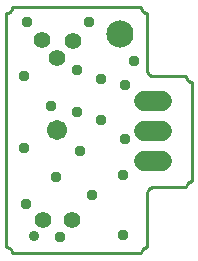
<source format=gbr>
G04 EAGLE Gerber RS-274X export*
G75*
%MOMM*%
%FSLAX34Y34*%
%LPD*%
%INSoldermask Top*%
%IPPOS*%
%AMOC8*
5,1,8,0,0,1.08239X$1,22.5*%
G01*
%ADD10C,2.303200*%
%ADD11C,1.411200*%
%ADD12C,1.703200*%
%ADD13C,0.903200*%
%ADD14C,1.711200*%
%ADD15C,0.959600*%
%ADD16C,0.254000*%


D10*
X96520Y185420D03*
D11*
X30780Y28140D03*
X56180Y180140D03*
X43180Y165640D03*
X55880Y27940D03*
X30480Y180340D03*
D12*
X43180Y104140D03*
D13*
X23180Y14640D03*
D14*
X116920Y128886D02*
X132000Y128886D01*
X132000Y103486D02*
X116920Y103486D01*
X116920Y78086D02*
X132000Y78086D01*
D15*
X45720Y13970D03*
X16510Y41910D03*
X15240Y88900D03*
X69850Y195580D03*
X15240Y149860D03*
X41910Y64770D03*
X17780Y195580D03*
X99060Y15240D03*
X80010Y147320D03*
X100330Y96520D03*
X107950Y162560D03*
X62230Y86360D03*
X38100Y124460D03*
X80010Y113030D03*
X100330Y142240D03*
X99060Y66040D03*
X59690Y154940D03*
X72390Y49530D03*
X59690Y119380D03*
D16*
X0Y5080D02*
X443Y5061D01*
X882Y5003D01*
X1315Y4907D01*
X1737Y4774D01*
X2147Y4604D01*
X2540Y4399D01*
X2914Y4161D01*
X3265Y3892D01*
X3592Y3592D01*
X3892Y3265D01*
X4161Y2914D01*
X4399Y2540D01*
X4604Y2147D01*
X4774Y1737D01*
X4907Y1315D01*
X5003Y882D01*
X5061Y443D01*
X5080Y0D01*
X114300Y0D01*
X114319Y443D01*
X114377Y882D01*
X114473Y1315D01*
X114606Y1737D01*
X114776Y2147D01*
X114981Y2540D01*
X115219Y2914D01*
X115489Y3265D01*
X115788Y3592D01*
X116115Y3892D01*
X116466Y4161D01*
X116840Y4399D01*
X117233Y4604D01*
X117643Y4774D01*
X118065Y4907D01*
X118498Y5003D01*
X118937Y5061D01*
X119380Y5080D01*
X119380Y50800D01*
X119399Y51243D01*
X119457Y51682D01*
X119553Y52115D01*
X119686Y52537D01*
X119856Y52947D01*
X120061Y53340D01*
X120299Y53714D01*
X120569Y54065D01*
X120868Y54392D01*
X121195Y54692D01*
X121546Y54961D01*
X121920Y55199D01*
X122313Y55404D01*
X122723Y55574D01*
X123145Y55707D01*
X123578Y55803D01*
X124017Y55861D01*
X124460Y55880D01*
X152400Y55880D01*
X152419Y56323D01*
X152477Y56762D01*
X152573Y57195D01*
X152706Y57617D01*
X152876Y58027D01*
X153081Y58420D01*
X153319Y58794D01*
X153589Y59145D01*
X153888Y59472D01*
X154215Y59772D01*
X154566Y60041D01*
X154940Y60279D01*
X155333Y60484D01*
X155743Y60654D01*
X156165Y60787D01*
X156598Y60883D01*
X157037Y60941D01*
X157480Y60960D01*
X157480Y144780D01*
X157037Y144799D01*
X156598Y144857D01*
X156165Y144953D01*
X155743Y145086D01*
X155333Y145256D01*
X154940Y145461D01*
X154566Y145699D01*
X154215Y145969D01*
X153888Y146268D01*
X153589Y146595D01*
X153319Y146946D01*
X153081Y147320D01*
X152876Y147713D01*
X152706Y148123D01*
X152573Y148545D01*
X152477Y148978D01*
X152419Y149417D01*
X152400Y149860D01*
X124460Y149860D01*
X124017Y149879D01*
X123578Y149937D01*
X123145Y150033D01*
X122723Y150166D01*
X122313Y150336D01*
X121920Y150541D01*
X121546Y150779D01*
X121195Y151049D01*
X120868Y151348D01*
X120569Y151675D01*
X120299Y152026D01*
X120061Y152400D01*
X119856Y152793D01*
X119686Y153203D01*
X119553Y153625D01*
X119457Y154058D01*
X119399Y154497D01*
X119380Y154940D01*
X119380Y203200D01*
X118937Y203219D01*
X118498Y203277D01*
X118065Y203373D01*
X117643Y203506D01*
X117233Y203676D01*
X116840Y203881D01*
X116466Y204119D01*
X116115Y204389D01*
X115788Y204688D01*
X115489Y205015D01*
X115219Y205366D01*
X114981Y205740D01*
X114776Y206133D01*
X114606Y206543D01*
X114473Y206965D01*
X114377Y207398D01*
X114319Y207837D01*
X114300Y208280D01*
X5080Y208280D01*
X5061Y207837D01*
X5003Y207398D01*
X4907Y206965D01*
X4774Y206543D01*
X4604Y206133D01*
X4399Y205740D01*
X4161Y205366D01*
X3892Y205015D01*
X3592Y204688D01*
X3265Y204389D01*
X2914Y204119D01*
X2540Y203881D01*
X2147Y203676D01*
X1737Y203506D01*
X1315Y203373D01*
X882Y203277D01*
X443Y203219D01*
X0Y203200D01*
X0Y5080D01*
M02*

</source>
